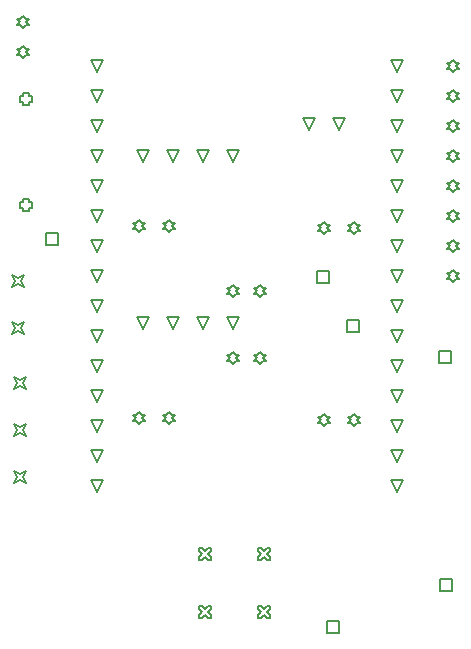
<source format=gbr>
G04*
G04 #@! TF.GenerationSoftware,Altium Limited,Altium Designer,25.4.2 (15)*
G04*
G04 Layer_Color=2752767*
%FSLAX44Y44*%
%MOMM*%
G71*
G04*
G04 #@! TF.SameCoordinates,0EA34F5E-7CD8-41F1-BF26-68A60DD3863B*
G04*
G04*
G04 #@! TF.FilePolarity,Positive*
G04*
G01*
G75*
%ADD51C,0.1270*%
D51*
X242670Y25420D02*
X245210D01*
X247750Y27960D01*
X250290Y25420D01*
X252830D01*
Y27960D01*
X250290Y30500D01*
X252830Y33040D01*
Y35580D01*
X250290D01*
X247750Y33040D01*
X245210Y35580D01*
X242670D01*
Y33040D01*
X245210Y30500D01*
X242670Y27960D01*
Y25420D01*
X192670D02*
X195210D01*
X197750Y27960D01*
X200290Y25420D01*
X202830D01*
Y27960D01*
X200290Y30500D01*
X202830Y33040D01*
Y35580D01*
X200290D01*
X197750Y33040D01*
X195210Y35580D01*
X192670D01*
Y33040D01*
X195210Y30500D01*
X192670Y27960D01*
Y25420D01*
X242670Y74670D02*
X245210D01*
X247750Y77210D01*
X250290Y74670D01*
X252830D01*
Y77210D01*
X250290Y79750D01*
X252830Y82290D01*
Y84830D01*
X250290D01*
X247750Y82290D01*
X245210Y84830D01*
X242670D01*
Y82290D01*
X245210Y79750D01*
X242670Y77210D01*
Y74670D01*
X192670D02*
X195210D01*
X197750Y77210D01*
X200290Y74670D01*
X202830D01*
Y77210D01*
X200290Y79750D01*
X202830Y82290D01*
Y84830D01*
X200290D01*
X197750Y82290D01*
X195210Y84830D01*
X192670D01*
Y82290D01*
X195210Y79750D01*
X192670Y77210D01*
Y74670D01*
X106500Y131620D02*
X101420Y141780D01*
X111580D01*
X106500Y131620D01*
Y157020D02*
X101420Y167180D01*
X111580D01*
X106500Y157020D01*
Y182420D02*
X101420Y192580D01*
X111580D01*
X106500Y182420D01*
Y233220D02*
X101420Y243380D01*
X111580D01*
X106500Y233220D01*
Y258620D02*
X101420Y268780D01*
X111580D01*
X106500Y258620D01*
Y284020D02*
X101420Y294180D01*
X111580D01*
X106500Y284020D01*
Y309420D02*
X101420Y319580D01*
X111580D01*
X106500Y309420D01*
Y334820D02*
X101420Y344980D01*
X111580D01*
X106500Y334820D01*
Y360220D02*
X101420Y370380D01*
X111580D01*
X106500Y360220D01*
Y385620D02*
X101420Y395780D01*
X111580D01*
X106500Y385620D01*
Y411020D02*
X101420Y421180D01*
X111580D01*
X106500Y411020D01*
Y436420D02*
X101420Y446580D01*
X111580D01*
X106500Y436420D01*
Y461820D02*
X101420Y471980D01*
X111580D01*
X106500Y461820D01*
Y487220D02*
X101420Y497380D01*
X111580D01*
X106500Y487220D01*
Y207820D02*
X101420Y217980D01*
X111580D01*
X106500Y207820D01*
X360500Y157020D02*
X355420Y167180D01*
X365580D01*
X360500Y157020D01*
Y131620D02*
X355420Y141780D01*
X365580D01*
X360500Y131620D01*
Y182420D02*
X355420Y192580D01*
X365580D01*
X360500Y182420D01*
Y207820D02*
X355420Y217980D01*
X365580D01*
X360500Y207820D01*
Y233220D02*
X355420Y243380D01*
X365580D01*
X360500Y233220D01*
Y258620D02*
X355420Y268780D01*
X365580D01*
X360500Y258620D01*
Y284020D02*
X355420Y294180D01*
X365580D01*
X360500Y284020D01*
Y309420D02*
X355420Y319580D01*
X365580D01*
X360500Y309420D01*
Y334820D02*
X355420Y344980D01*
X365580D01*
X360500Y334820D01*
Y360220D02*
X355420Y370380D01*
X365580D01*
X360500Y360220D01*
Y385620D02*
X355420Y395780D01*
X365580D01*
X360500Y385620D01*
Y411020D02*
X355420Y421180D01*
X365580D01*
X360500Y411020D01*
Y436420D02*
X355420Y446580D01*
X365580D01*
X360500Y436420D01*
Y461820D02*
X355420Y471980D01*
X365580D01*
X360500Y461820D01*
Y487220D02*
X355420Y497380D01*
X365580D01*
X360500Y487220D01*
X221250Y411020D02*
X216170Y421180D01*
X226330D01*
X221250Y411020D01*
X195850D02*
X190770Y421180D01*
X200930D01*
X195850Y411020D01*
X170450D02*
X165370Y421180D01*
X175530D01*
X170450Y411020D01*
X145050D02*
X139970Y421180D01*
X150130D01*
X145050Y411020D01*
X221250Y269520D02*
X216170Y279680D01*
X226330D01*
X221250Y269520D01*
X195850D02*
X190770Y279680D01*
X200930D01*
X195850Y269520D01*
X170450D02*
X165370Y279680D01*
X175530D01*
X170450Y269520D01*
X145050D02*
X139970Y279680D01*
X150130D01*
X145050Y269520D01*
X310850Y438320D02*
X305770Y448480D01*
X315930D01*
X310850Y438320D01*
X285450D02*
X280370Y448480D01*
X290530D01*
X285450Y438320D01*
X221250Y296920D02*
X223790Y299460D01*
X226330D01*
X223790Y302000D01*
X226330Y304540D01*
X223790D01*
X221250Y307080D01*
X218710Y304540D01*
X216170D01*
X218710Y302000D01*
X216170Y299460D01*
X218710D01*
X221250Y296920D01*
Y239920D02*
X223790Y242460D01*
X226330D01*
X223790Y245000D01*
X226330Y247540D01*
X223790D01*
X221250Y250080D01*
X218710Y247540D01*
X216170D01*
X218710Y245000D01*
X216170Y242460D01*
X218710D01*
X221250Y239920D01*
X407500Y309420D02*
X410040Y311960D01*
X412580D01*
X410040Y314500D01*
X412580Y317040D01*
X410040D01*
X407500Y319580D01*
X404960Y317040D01*
X402420D01*
X404960Y314500D01*
X402420Y311960D01*
X404960D01*
X407500Y309420D01*
Y334820D02*
X410040Y337360D01*
X412580D01*
X410040Y339900D01*
X412580Y342440D01*
X410040D01*
X407500Y344980D01*
X404960Y342440D01*
X402420D01*
X404960Y339900D01*
X402420Y337360D01*
X404960D01*
X407500Y334820D01*
Y360220D02*
X410040Y362760D01*
X412580D01*
X410040Y365300D01*
X412580Y367840D01*
X410040D01*
X407500Y370380D01*
X404960Y367840D01*
X402420D01*
X404960Y365300D01*
X402420Y362760D01*
X404960D01*
X407500Y360220D01*
Y385620D02*
X410040Y388160D01*
X412580D01*
X410040Y390700D01*
X412580Y393240D01*
X410040D01*
X407500Y395780D01*
X404960Y393240D01*
X402420D01*
X404960Y390700D01*
X402420Y388160D01*
X404960D01*
X407500Y385620D01*
Y411020D02*
X410040Y413560D01*
X412580D01*
X410040Y416100D01*
X412580Y418640D01*
X410040D01*
X407500Y421180D01*
X404960Y418640D01*
X402420D01*
X404960Y416100D01*
X402420Y413560D01*
X404960D01*
X407500Y411020D01*
Y436420D02*
X410040Y438960D01*
X412580D01*
X410040Y441500D01*
X412580Y444040D01*
X410040D01*
X407500Y446580D01*
X404960Y444040D01*
X402420D01*
X404960Y441500D01*
X402420Y438960D01*
X404960D01*
X407500Y436420D01*
Y461820D02*
X410040Y464360D01*
X412580D01*
X410040Y466900D01*
X412580Y469440D01*
X410040D01*
X407500Y471980D01*
X404960Y469440D01*
X402420D01*
X404960Y466900D01*
X402420Y464360D01*
X404960D01*
X407500Y461820D01*
Y487220D02*
X410040Y489760D01*
X412580D01*
X410040Y492300D01*
X412580Y494840D01*
X410040D01*
X407500Y497380D01*
X404960Y494840D01*
X402420D01*
X404960Y492300D01*
X402420Y489760D01*
X404960D01*
X407500Y487220D01*
X141750Y351980D02*
X144290Y354520D01*
X146830D01*
X144290Y357060D01*
X146830Y359600D01*
X144290D01*
X141750Y362140D01*
X139210Y359600D01*
X136670D01*
X139210Y357060D01*
X136670Y354520D01*
X139210D01*
X141750Y351980D01*
X167150D02*
X169690Y354520D01*
X172230D01*
X169690Y357060D01*
X172230Y359600D01*
X169690D01*
X167150Y362140D01*
X164610Y359600D01*
X162070D01*
X164610Y357060D01*
X162070Y354520D01*
X164610D01*
X167150Y351980D01*
X244000Y239920D02*
X246540Y242460D01*
X249080D01*
X246540Y245000D01*
X249080Y247540D01*
X246540D01*
X244000Y250080D01*
X241460Y247540D01*
X238920D01*
X241460Y245000D01*
X238920Y242460D01*
X241460D01*
X244000Y239920D01*
Y296920D02*
X246540Y299460D01*
X249080D01*
X246540Y302000D01*
X249080Y304540D01*
X246540D01*
X244000Y307080D01*
X241460Y304540D01*
X238920D01*
X241460Y302000D01*
X238920Y299460D01*
X241460D01*
X244000Y296920D01*
X323500Y187860D02*
X326040Y190400D01*
X328580D01*
X326040Y192940D01*
X328580Y195480D01*
X326040D01*
X323500Y198020D01*
X320960Y195480D01*
X318420D01*
X320960Y192940D01*
X318420Y190400D01*
X320960D01*
X323500Y187860D01*
X298100D02*
X300640Y190400D01*
X303180D01*
X300640Y192940D01*
X303180Y195480D01*
X300640D01*
X298100Y198020D01*
X295560Y195480D01*
X293020D01*
X295560Y192940D01*
X293020Y190400D01*
X295560D01*
X298100Y187860D01*
Y350420D02*
X300640Y352960D01*
X303180D01*
X300640Y355500D01*
X303180Y358040D01*
X300640D01*
X298100Y360580D01*
X295560Y358040D01*
X293020D01*
X295560Y355500D01*
X293020Y352960D01*
X295560D01*
X298100Y350420D01*
X323500D02*
X326040Y352960D01*
X328580D01*
X326040Y355500D01*
X328580Y358040D01*
X326040D01*
X323500Y360580D01*
X320960Y358040D01*
X318420D01*
X320960Y355500D01*
X318420Y352960D01*
X320960D01*
X323500Y350420D01*
X167150Y189420D02*
X169690Y191960D01*
X172230D01*
X169690Y194500D01*
X172230Y197040D01*
X169690D01*
X167150Y199580D01*
X164610Y197040D01*
X162070D01*
X164610Y194500D01*
X162070Y191960D01*
X164610D01*
X167150Y189420D01*
X141750D02*
X144290Y191960D01*
X146830D01*
X144290Y194500D01*
X146830Y197040D01*
X144290D01*
X141750Y199580D01*
X139210Y197040D01*
X136670D01*
X139210Y194500D01*
X136670Y191960D01*
X139210D01*
X141750Y189420D01*
X35670Y218770D02*
X38210Y223850D01*
X35670Y228930D01*
X40750Y226390D01*
X45830Y228930D01*
X43290Y223850D01*
X45830Y218770D01*
X40750Y221310D01*
X35670Y218770D01*
Y179170D02*
X38210Y184250D01*
X35670Y189330D01*
X40750Y186790D01*
X45830Y189330D01*
X43290Y184250D01*
X45830Y179170D01*
X40750Y181710D01*
X35670Y179170D01*
Y139570D02*
X38210Y144650D01*
X35670Y149730D01*
X40750Y147190D01*
X45830Y149730D01*
X43290Y144650D01*
X45830Y139570D01*
X40750Y142110D01*
X35670Y139570D01*
X34170Y305420D02*
X36710Y310500D01*
X34170Y315580D01*
X39250Y313040D01*
X44330Y315580D01*
X41790Y310500D01*
X44330Y305420D01*
X39250Y307960D01*
X34170Y305420D01*
Y265820D02*
X36710Y270900D01*
X34170Y275980D01*
X39250Y273440D01*
X44330Y275980D01*
X41790Y270900D01*
X44330Y265820D01*
X39250Y268360D01*
X34170Y265820D01*
X43750Y524621D02*
X46290Y527161D01*
X48830D01*
X46290Y529701D01*
X48830Y532241D01*
X46290D01*
X43750Y534781D01*
X41210Y532241D01*
X38670D01*
X41210Y529701D01*
X38670Y527161D01*
X41210D01*
X43750Y524621D01*
Y499220D02*
X46290Y501760D01*
X48830D01*
X46290Y504300D01*
X48830Y506840D01*
X46290D01*
X43750Y509380D01*
X41210Y506840D01*
X38670D01*
X41210Y504300D01*
X38670Y501760D01*
X41210D01*
X43750Y499220D01*
X43710Y372210D02*
Y369670D01*
X48790D01*
Y372210D01*
X51330D01*
Y377290D01*
X48790D01*
Y379830D01*
X43710D01*
Y377290D01*
X41170D01*
Y372210D01*
X43710D01*
Y462210D02*
Y459670D01*
X48790D01*
Y462210D01*
X51330D01*
Y467290D01*
X48790D01*
Y469830D01*
X43710D01*
Y467290D01*
X41170D01*
Y462210D01*
X43710D01*
X62670Y340920D02*
Y351080D01*
X72830D01*
Y340920D01*
X62670D01*
X317420Y267420D02*
Y277580D01*
X327580D01*
Y267420D01*
X317420D01*
X396420Y47920D02*
Y58080D01*
X406580D01*
Y47920D01*
X396420D01*
X292420Y308420D02*
Y318580D01*
X302580D01*
Y308420D01*
X292420D01*
X300670Y12670D02*
Y22830D01*
X310830D01*
Y12670D01*
X300670D01*
X395546Y241000D02*
Y251160D01*
X405706D01*
Y241000D01*
X395546D01*
M02*

</source>
